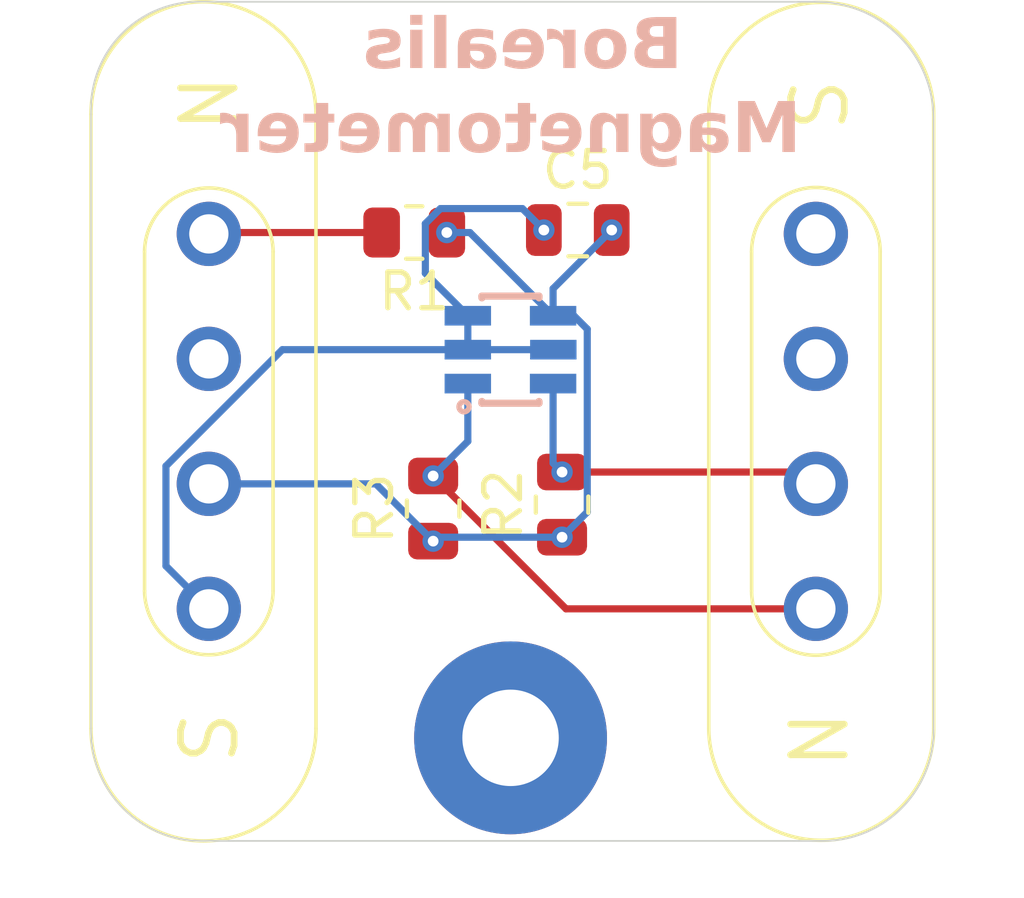
<source format=kicad_pcb>
(kicad_pcb (version 20241229) (generator "pcbnew") (generator_version "9.0")
  (layers (0 "F.Cu" signal) (2 "B.Cu" signal) (13 "F.Paste" user) (15 "B.Paste" user) (5 "F.SilkS" user "F.Silkscreen") (7 "B.SilkS" user "B.Silkscreen") (1 "F.Mask" user) (3 "B.Mask" user) (25 "Edge.Cuts" user))
  (net 0 "")
  (net 1 "GND")
  (net 2 "/SCL")
  (net 3 "/SDA")
  (net 4 "+3.3V")
  (net 5 "/ID")
  (net 6 "/ADC")
  (net 7 "+5V")
  (footprint "Resistor_SMD:R_0805_2012Metric" (layer "F.Cu") (at 116.2 96.99 180)
    (property "Reference" "R1" (at 0 -1.65 0) (layer "F.SilkS"))
    (property "Value" "R")
    (fp_line (start -0.227064 0.735) (end 0.227064 0.735) (stroke (width 0.12)) (layer "F.SilkS"))
    (fp_line (start -0.227064 -0.735) (end 0.227064 -0.735) (stroke (width 0.12)) (layer "F.SilkS"))
    (pad "1" smd roundrect (at -0.9125 0 180) (size 1.025 1.4) (layers "F.Cu" "F.Mask" "F.Paste") (roundrect_rratio 0.243902) (net 4 "+3.3V"))
    (pad "2" smd roundrect (at 0.9125 0 180) (size 1.025 1.4) (layers "F.Cu" "F.Mask" "F.Paste") (roundrect_rratio 0.243902) (net 5 "/ID"))
  )
  (footprint "batteryholder:MAGNETIC POGO CONN." (layer "F.Cu") (at 110.447969 102.277969 90)
    (property "Reference" "U2" (hide yes))
    (property "Value" "MAGNETIC POGO CONN.")
    (fp_line (start -8.6 -3.3) (end 8.6 -3.3) (stroke (width 0.1)) (layer "F.SilkS"))
    (fp_line (start -4.75 -1.8) (end 4.75 -1.8) (stroke (width 0.1)) (layer "F.SilkS"))
    (fp_line (start -4.75 1.8) (end 4.75 1.8) (stroke (width 0.1)) (layer "F.SilkS"))
    (fp_line (start -8.6 3) (end 8.6 3) (stroke (width 0.1)) (layer "F.SilkS"))
    (fp_arc (start 8.6 -3.3) (mid 11.75 -0.15) (end 8.6 3) (stroke (width 0.1)) (layer "F.SilkS"))
    (fp_arc (start 4.75 -1.8) (mid 6.55 0) (end 4.75 1.8) (stroke (width 0.1)) (layer "F.SilkS"))
    (fp_arc (start -4.75 1.8) (mid -6.55 0) (end -4.75 -1.8) (stroke (width 0.1)) (layer "F.SilkS"))
    (fp_arc (start -8.6 3) (mid -11.75 -0.15) (end -8.6 -3.3) (stroke (width 0.1)) (layer "F.SilkS"))
    (fp_text user "N" (at 8 0.9 90) (layer "F.SilkS") (effects (font (size 1.5 1.5) (thickness 0.1875)) (justify left bottom)))
    (fp_text user "S" (at -9.7 0.9 90) (layer "F.SilkS") (effects (font (size 1.5 1.5) (thickness 0.1875)) (justify left bottom)))
    (pad "1" thru_hole circle (at -5.25 0 90) (size 1.8 1.8) (drill 1.1) (layers "*.Cu" "*.Mask") (net 1 "GND"))
    (pad "2" thru_hole circle (at -1.75 0 90) (size 1.8 1.8) (drill 1.1) (layers "*.Cu" "*.Mask") (net 4 "+3.3V"))
    (pad "3" thru_hole circle (at 1.75 0 90) (size 1.8 1.8) (drill 1.1) (layers "*.Cu" "*.Mask") (net 7 "+5V"))
    (pad "4" thru_hole circle (at 5.25 0 90) (size 1.8 1.8) (drill 1.1) (layers "*.Cu" "*.Mask") (net 5 "/ID"))
  )
  (footprint "Resistor_SMD:R_0805_2012Metric" (layer "F.Cu") (at 116.73 104.72 90)
    (property "Reference" "R3" (at 0 -1.65 90) (layer "F.SilkS"))
    (property "Value" "10K")
    (fp_line (start -0.227064 -0.735) (end 0.227064 -0.735) (stroke (width 0.12)) (layer "F.SilkS"))
    (fp_line (start -0.227064 0.735) (end 0.227064 0.735) (stroke (width 0.12)) (layer "F.SilkS"))
    (pad "1" smd roundrect (at -0.9125 0 90) (size 1.025 1.4) (layers "F.Cu" "F.Mask" "F.Paste") (roundrect_rratio 0.243902) (net 4 "+3.3V"))
    (pad "2" smd roundrect (at 0.9125 0 90) (size 1.025 1.4) (layers "F.Cu" "F.Mask" "F.Paste") (roundrect_rratio 0.243902) (net 2 "/SCL"))
  )
  (footprint "batteryholder:MAGNETIC POGO CONN." (layer "F.Cu") (at 127.447969 102.277969 -90)
    (property "Reference" "U1" (hide yes))
    (property "Value" "MAGNETIC POGO CONN.")
    (fp_line (start -8.6 3) (end 8.6 3) (stroke (width 0.1)) (layer "F.SilkS"))
    (fp_line (start -4.75 1.8) (end 4.75 1.8) (stroke (width 0.1)) (layer "F.SilkS"))
    (fp_line (start -4.75 -1.8) (end 4.75 -1.8) (stroke (width 0.1)) (layer "F.SilkS"))
    (fp_line (start -8.6 -3.3) (end 8.6 -3.3) (stroke (width 0.1)) (layer "F.SilkS"))
    (fp_arc (start -8.6 3) (mid -11.75 -0.15) (end -8.6 -3.3) (stroke (width 0.1)) (layer "F.SilkS"))
    (fp_arc (start -4.75 1.8) (mid -6.55 0) (end -4.75 -1.8) (stroke (width 0.1)) (layer "F.SilkS"))
    (fp_arc (start 4.75 -1.8) (mid 6.55 0) (end 4.75 1.8) (stroke (width 0.1)) (layer "F.SilkS"))
    (fp_arc (start 8.6 -3.3) (mid 11.75 -0.15) (end 8.6 3) (stroke (width 0.1)) (layer "F.SilkS"))
    (fp_text user "S" (at -9.7 0.9 270) (layer "F.SilkS") (effects (font (size 1.5 1.5) (thickness 0.1875)) (justify left bottom)))
    (fp_text user "N" (at 8 0.9 270) (layer "F.SilkS") (effects (font (size 1.5 1.5) (thickness 0.1875)) (justify left bottom)))
    (pad "1" thru_hole circle (at -5.25 0 270) (size 1.8 1.8) (drill 1.1) (layers "*.Cu" "*.Mask"))
    (pad "2" thru_hole circle (at -1.75 0 270) (size 1.8 1.8) (drill 1.1) (layers "*.Cu" "*.Mask") (net 6 "/ADC"))
    (pad "3" thru_hole circle (at 1.75 0 270) (size 1.8 1.8) (drill 1.1) (layers "*.Cu" "*.Mask") (net 3 "/SDA"))
    (pad "4" thru_hole circle (at 5.25 0 270) (size 1.8 1.8) (drill 1.1) (layers "*.Cu" "*.Mask") (net 2 "/SCL"))
  )
  (footprint "Resistor_SMD:R_0805_2012Metric" (layer "F.Cu") (at 120.34 104.61 90)
    (property "Reference" "R2" (at 0 -1.65 90) (layer "F.SilkS"))
    (property "Value" "10K")
    (fp_line (start -0.227064 -0.735) (end 0.227064 -0.735) (stroke (width 0.12)) (layer "F.SilkS"))
    (fp_line (start -0.227064 0.735) (end 0.227064 0.735) (stroke (width 0.12)) (layer "F.SilkS"))
    (pad "1" smd roundrect (at -0.9125 0 90) (size 1.025 1.4) (layers "F.Cu" "F.Mask" "F.Paste") (roundrect_rratio 0.243902) (net 4 "+3.3V"))
    (pad "2" smd roundrect (at 0.9125 0 90) (size 1.025 1.4) (layers "F.Cu" "F.Mask" "F.Paste") (roundrect_rratio 0.243902) (net 3 "/SDA"))
  )
  (footprint "Capacitor_SMD:C_0805_2012Metric" (layer "F.Cu") (at 120.78 96.92)
    (property "Reference" "C5" (at 0 -1.68 0) (layer "F.SilkS"))
    (property "Value" "100nF")
    (fp_line (start -0.261252 -0.735) (end 0.261252 -0.735) (stroke (width 0.12)) (layer "F.SilkS"))
    (fp_line (start -0.261252 0.735) (end 0.261252 0.735) (stroke (width 0.12)) (layer "F.SilkS"))
    (pad "1" smd roundrect (at -0.95 0) (size 1 1.45) (layers "F.Cu" "F.Mask" "F.Paste") (net 1 "GND"))
    (pad "2" smd roundrect (at 0.95 0) (size 1 1.45) (layers "F.Cu" "F.Mask" "F.Paste") (net 4 "+3.3V"))
  )
  (footprint "MountingHole:MountingHole_2.7mm_M2.5_Pad" (layer "F.Cu") (at 118.897969 111.140969)
    (property "Reference" "H1" (hide yes))
    (property "Value" "MountingHole")
    (pad "1" thru_hole circle (at 0 0) (size 5.4 5.4) (drill 2.7) (layers "*.Cu" "*.Mask"))
  )
  (footprint "batteryholder:TLV493D" (layer "B.Cu") (at 118.897969 100.27 180)
    (property "Reference" "TLV493D1" (hide yes))
    (property "Value" "~")
    (fp_line (start 0.8031 1.5) (end 0.8031 1.4503) (stroke (width 0.2)) (layer "B.SilkS"))
    (fp_line (start 0.8031 -1.4503) (end 0.8031 -1.5) (stroke (width 0.2)) (layer "B.SilkS"))
    (fp_line (start 0.8031 -1.5) (end -0.7969 -1.5) (stroke (width 0.2)) (layer "B.SilkS"))
    (fp_line (start -0.7969 1.5) (end 0.8031 1.5) (stroke (width 0.2)) (layer "B.SilkS"))
    (fp_line (start -0.7969 1.4503) (end -0.7969 1.5) (stroke (width 0.2)) (layer "B.SilkS"))
    (fp_line (start -0.7969 -1.5) (end -0.7969 -1.4503) (stroke (width 0.2)) (layer "B.SilkS"))
    (fp_circle (center 1.3031 -1.5999) (end 1.4446 -1.5999) (stroke (width 0.15)) (fill no) (layer "B.SilkS"))
    (pad "1" smd rect (at 1.1969 -0.95) (size 1.3 0.55) (layers "B.Cu" "B.Mask" "B.Paste") (net 2 "/SCL"))
    (pad "2" smd rect (at 1.1969 0) (size 1.3 0.55) (layers "B.Cu" "B.Mask" "B.Paste") (net 1 "GND"))
    (pad "3" smd rect (at 1.1969 0.95) (size 1.3 0.55) (layers "B.Cu" "B.Mask" "B.Paste") (net 1 "GND"))
    (pad "4" smd rect (at -1.1907 0.95) (size 1.3 0.55) (layers "B.Cu" "B.Mask" "B.Paste") (net 4 "+3.3V"))
    (pad "5" smd rect (at -1.1968 0) (size 1.3 0.55) (layers "B.Cu" "B.Mask" "B.Paste") (net 1 "GND"))
    (pad "6" smd rect (at -1.1907 -0.95) (size 1.3 0.55) (layers "B.Cu" "B.Mask" "B.Paste") (net 3 "/SDA"))
  )
  (gr_line (start 107.147969 111.027969) (end 107.147969 93.527969) (stroke (width 0.05)) (layer "Edge.Cuts"))
  (gr_line (start 110.147969 90.527969) (end 127.447969 90.527969) (stroke (width 0.05)) (layer "Edge.Cuts"))
  (gr_line (start 130.747969 93.827969) (end 130.747969 110.927969) (stroke (width 0.05)) (layer "Edge.Cuts"))
  (gr_arc (start 130.747969 110.927969) (mid 129.84 113.12) (end 127.647969 114.027969) (stroke (width 0.05)) (layer "Edge.Cuts"))
  (gr_line (start 127.647969 114.027969) (end 110.347969 114.027969) (stroke (width 0.05)) (layer "Edge.Cuts"))
  (gr_arc (start 107.147969 93.527969) (mid 108.026649 91.406649) (end 110.147969 90.527969) (stroke (width 0.05)) (layer "Edge.Cuts"))
  (gr_arc (start 110.347969 114.027969) (mid 108.126649 113.190711) (end 107.147969 111.027969) (stroke (width 0.05)) (layer "Edge.Cuts"))
  (gr_arc (start 127.447969 90.527969) (mid 129.781421 91.494517) (end 130.747969 93.827969) (stroke (width 0.05)) (layer "Edge.Cuts"))
  (gr_text "Borealis \nMagnetometer" (at 118.897969 92.977969 0) (layer "B.SilkS") (effects (font (size 1.4 1.4) (thickness 0.3) (bold yes)) (justify mirror)))
  (via blind (at 119.83 96.92) (size 0.6) (drill 0.3) (layers "F.Cu" "B.Cu") (net 1))
  (segment (start 117.701069 100.27) (end 120.094769 100.27) (width 0.2) (layer "B.Cu") (net 1))
  (segment (start 116.5115 98.130431) (end 116.5115 96.741057) (width 0.2) (layer "B.Cu") (net 1))
  (segment (start 116.933557 96.319) (end 119.229 96.319) (width 0.2) (layer "B.Cu") (net 1))
  (segment (start 116.5115 96.741057) (end 116.933557 96.319) (width 0.2) (layer "B.Cu") (net 1))
  (segment (start 117.701069 99.32) (end 116.5115 98.130431) (width 0.2) (layer "B.Cu") (net 1))
  (segment (start 112.507467 100.27) (end 117.701069 100.27) (width 0.2) (layer "B.Cu") (net 1))
  (segment (start 110.447969 107.527969) (end 109.246969 106.326969) (width 0.2) (layer "B.Cu") (net 1))
  (segment (start 119.229 96.319) (end 119.83 96.92) (width 0.2) (layer "B.Cu") (net 1))
  (segment (start 109.246969 106.326969) (end 109.246969 103.530498) (width 0.2) (layer "B.Cu") (net 1))
  (segment (start 109.246969 103.530498) (end 112.507467 100.27) (width 0.2) (layer "B.Cu") (net 1))
  (segment (start 117.701069 99.32) (end 117.701069 100.27) (width 0.2) (layer "B.Cu") (net 1))
  (segment (start 120.450469 107.527969) (end 127.447969 107.527969) (width 0.2) (layer "F.Cu") (net 2))
  (segment (start 116.73 103.8075) (end 120.450469 107.527969) (width 0.2) (layer "F.Cu") (net 2))
  (via blind (at 116.73 103.8075) (size 0.6) (drill 0.3) (layers "F.Cu" "B.Cu") (net 2))
  (segment (start 117.701069 101.22) (end 117.701069 102.836431) (width 0.2) (layer "B.Cu") (net 2))
  (segment (start 117.701069 102.836431) (end 116.73 103.8075) (width 0.2) (layer "B.Cu") (net 2))
  (segment (start 120.34 103.6975) (end 127.1175 103.6975) (width 0.2) (layer "F.Cu") (net 3))
  (segment (start 127.1175 103.6975) (end 127.447969 104.027969) (width 0.2) (layer "F.Cu") (net 3))
  (via blind (at 120.34 103.6975) (size 0.6) (drill 0.3) (layers "F.Cu" "B.Cu") (net 3))
  (segment (start 120.088669 101.22) (end 120.088669 103.446169) (width 0.2) (layer "B.Cu") (net 3))
  (segment (start 120.088669 103.446169) (end 120.34 103.6975) (width 0.2) (layer "B.Cu") (net 3))
  (via blind (at 117.1125 96.99) (size 0.6) (drill 0.3) (layers "F.Cu" "B.Cu") (net 4))
  (via blind (at 121.73 96.92) (size 0.6) (drill 0.3) (layers "F.Cu" "B.Cu") (net 4))
  (via blind (at 120.34 105.5225) (size 0.6) (drill 0.3) (layers "F.Cu" "B.Cu") (net 4))
  (via blind (at 116.73 105.6325) (size 0.6) (drill 0.3) (layers "F.Cu" "B.Cu") (net 4))
  (segment (start 116.84 105.5225) (end 120.34 105.5225) (width 0.2) (layer "B.Cu") (net 4))
  (segment (start 116.73 105.6325) (end 116.84 105.5225) (width 0.2) (layer "B.Cu") (net 4))
  (segment (start 120.671769 99.32) (end 121.045769 99.694) (width 0.2) (layer "B.Cu") (net 4))
  (segment (start 120.088669 99.32) (end 117.758669 96.99) (width 0.2) (layer "B.Cu") (net 4))
  (segment (start 117.758669 96.99) (end 117.1125 96.99) (width 0.2) (layer "B.Cu") (net 4))
  (segment (start 110.447969 104.027969) (end 115.125469 104.027969) (width 0.2) (layer "B.Cu") (net 4))
  (segment (start 121.045769 104.816731) (end 120.34 105.5225) (width 0.2) (layer "B.Cu") (net 4))
  (segment (start 120.088669 98.561331) (end 121.73 96.92) (width 0.2) (layer "B.Cu") (net 4))
  (segment (start 115.125469 104.027969) (end 116.73 105.6325) (width 0.2) (layer "B.Cu") (net 4))
  (segment (start 120.088669 99.32) (end 120.088669 98.561331) (width 0.2) (layer "B.Cu") (net 4))
  (segment (start 120.088669 99.32) (end 120.671769 99.32) (width 0.2) (layer "B.Cu") (net 4))
  (segment (start 121.045769 99.694) (end 121.045769 104.816731) (width 0.2) (layer "B.Cu") (net 4))
  (segment (start 110.485938 96.99) (end 110.447969 97.027969) (width 0.2) (layer "F.Cu") (net 5))
  (segment (start 115.2875 96.99) (end 110.485938 96.99) (width 0.2) (layer "F.Cu") (net 5))
)
</source>
